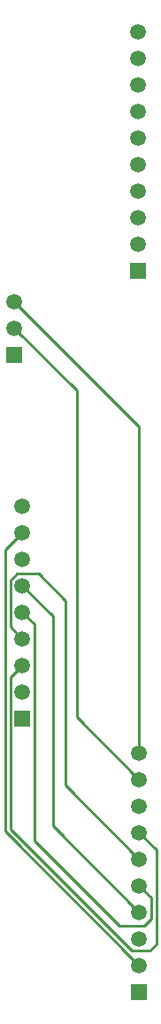
<source format=gbl>
G04*
G04 #@! TF.GenerationSoftware,Altium Limited,Altium Designer,21.1.1 (26)*
G04*
G04 Layer_Physical_Order=2*
G04 Layer_Color=16711680*
%FSLAX25Y25*%
%MOIN*%
G70*
G04*
G04 #@! TF.SameCoordinates,66226772-4804-48D1-9218-E6406643AD96*
G04*
G04*
G04 #@! TF.FilePolarity,Positive*
G04*
G01*
G75*
%ADD11C,0.01000*%
%ADD14C,0.05906*%
%ADD15R,0.05906X0.05906*%
D11*
X113547Y174453D02*
X164000Y124000D01*
X113547Y174453D02*
Y280547D01*
X120000Y287000D01*
X115547Y232547D02*
X120000Y237000D01*
X115547Y175353D02*
Y232547D01*
Y175353D02*
X161400Y129500D01*
X168000D01*
X170500Y132000D01*
Y167500D01*
X164000Y174000D02*
X170500Y167500D01*
X136300Y191700D02*
X164000Y164000D01*
X136300Y191700D02*
Y261353D01*
X126200Y271453D02*
X136300Y261353D01*
X118000Y271453D02*
X126200D01*
X115547Y269000D02*
X118000Y271453D01*
X115547Y251453D02*
Y269000D01*
Y251453D02*
X120000Y247000D01*
Y257000D02*
X124500Y252500D01*
Y171000D02*
Y252500D01*
Y171000D02*
X156500Y139000D01*
X166000D01*
X168500Y141500D01*
Y149500D01*
X164000Y154000D02*
X168500Y149500D01*
X164000Y204000D02*
Y327000D01*
X117000Y374000D02*
X164000Y327000D01*
X117000Y364000D02*
X140500Y340500D01*
Y217500D02*
Y340500D01*
Y217500D02*
X164000Y194000D01*
X120000Y267000D02*
X131500Y255500D01*
Y176500D02*
Y255500D01*
Y176500D02*
X164000Y144000D01*
D14*
X163500Y405600D02*
D03*
Y475600D02*
D03*
Y465600D02*
D03*
Y455600D02*
D03*
Y445600D02*
D03*
Y435600D02*
D03*
Y425600D02*
D03*
Y415600D02*
D03*
Y395600D02*
D03*
X164000Y134000D02*
D03*
Y204000D02*
D03*
Y194000D02*
D03*
Y184000D02*
D03*
Y174000D02*
D03*
Y164000D02*
D03*
Y154000D02*
D03*
Y144000D02*
D03*
Y124000D02*
D03*
X120000Y237000D02*
D03*
Y247000D02*
D03*
Y257000D02*
D03*
Y267000D02*
D03*
Y277000D02*
D03*
Y287000D02*
D03*
Y297000D02*
D03*
Y227000D02*
D03*
X117000Y364000D02*
D03*
Y374000D02*
D03*
D15*
X163500Y385600D02*
D03*
X164000Y114000D02*
D03*
X120000Y217000D02*
D03*
X117000Y354000D02*
D03*
M02*

</source>
